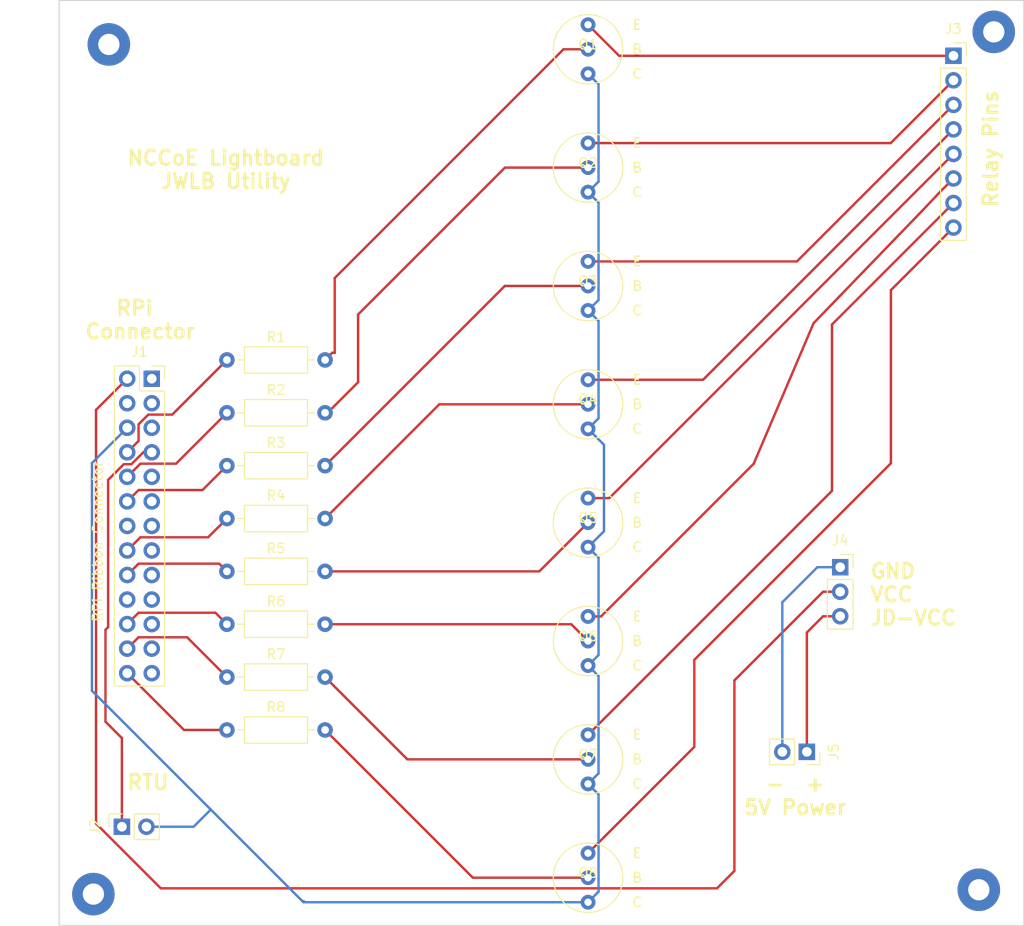
<source format=kicad_pcb>
(kicad_pcb (version 20211014) (generator pcbnew)
  (layers (0 "F.Cu" signal) (31 "B.Cu" signal) (34 "B.Paste" user) (35 "F.Paste" user) (36 "B.SilkS" user "B.Silkscreen") (37 "F.SilkS" user "F.Silkscreen") (38 "B.Mask" user) (39 "F.Mask" user) (44 "Edge.Cuts" user))
  (net 0 "")
  (net 2 "Net-(J1-Pad2)")
  (net 6 "Net-(J1-Pad6)")
  (net 7 "Net-(J1-Pad7)")
  (net 8 "Net-(J1-Pad8)")
  (net 10 "Net-(J1-Pad10)")
  (net 12 "Net-(J1-Pad12)")
  (net 16 "Net-(J1-Pad16)")
  (net 18 "Net-(J1-Pad18)")
  (net 22 "Net-(J1-Pad22)")
  (net 24 "Net-(J1-Pad24)")
  (net 26 "Net-(J1-Pad26)")
  (net 27 "Net-(J3-Pad1)")
  (net 28 "Net-(J3-Pad2)")
  (net 29 "Net-(J3-Pad3)")
  (net 30 "Net-(J3-Pad4)")
  (net 31 "Net-(J3-Pad5)")
  (net 32 "Net-(J3-Pad6)")
  (net 33 "Net-(J3-Pad7)")
  (net 34 "Net-(J3-Pad8)")
  (net 35 "Net-(J4-Pad1)")
  (net 36 "Net-(J4-Pad3)")
  (net 37 "Net-(Q1-Pad2)")
  (net 38 "Net-(Q2-Pad2)")
  (net 39 "Net-(Q3-Pad2)")
  (net 40 "Net-(Q4-Pad2)")
  (net 41 "Net-(Q5-Pad2)")
  (net 42 "Net-(Q6-Pad2)")
  (net 43 "Net-(Q7-Pad2)")
  (net 44 "Net-(Q8-Pad2)")
  (footprint "" (layer "F.Cu") (at 55 138.75)
    (fp_text reference "" (at 0 0) (layer "F.SilkS") (effects (font (size 1.27 1.27))))
    (fp_text value "" (at 0 0) (layer "F.SilkS") (effects (font (size 1.27 1.27))))
    (pad "1" thru_hole circle (at 0 0) (size 4.4 4.4) (drill 2.2) (layers F&B.Cu *.Mask))
  )
  (footprint "Connector_PinSocket_2.54mm:PinSocket_1x02_P2.54mm_Vertical" (layer "F.Cu") (at 57.95 131.775 90)
    (fp_text reference "J2" (at 0 -2.77 90) (layer "F.SilkS"))
    (fp_text value "SEL RTU")
    (fp_line (start 0 -1.33) (end 1.33 -1.33) (layer "F.SilkS") (width 0.12))
    (fp_line (start -1.33 1.27) (end 1.33 1.27) (layer "F.SilkS") (width 0.12))
    (fp_line (start 1.33 -1.33) (end 1.33 0) (layer "F.SilkS") (width 0.12))
    (fp_line (start 1.33 1.27) (end 1.33 3.87) (layer "F.SilkS") (width 0.12))
    (fp_line (start -1.33 3.87) (end 1.33 3.87) (layer "F.SilkS") (width 0.12))
    (fp_line (start -1.33 1.27) (end -1.33 3.87) (layer "F.SilkS") (width 0.12))
    (pad "1" thru_hole rect (at 0 0 90) (size 1.7 1.7) (drill 1) (layers *.Cu *.Mask) (net 7 "Net-(J1-Pad7)"))
    (pad "2" thru_hole oval (at 0 2.54 90) (size 1.7 1.7) (drill 1) (layers *.Cu *.Mask) (net 6 "Net-(J1-Pad6)"))
  )
  (footprint "" (layer "F.Cu") (at 148.2 49.5)
    (fp_text reference "" (at 0 0) (layer "F.SilkS") (effects (font (size 1.27 1.27))))
    (fp_text value "" (at 0 0) (layer "F.SilkS") (effects (font (size 1.27 1.27))))
    (pad "1" thru_hole circle (at 0 0) (size 4.4 4.4) (drill 2.2) (layers F&B.Cu *.Mask))
  )
  (footprint "Resistor_THT:R_Axial_DIN0207_L6.3mm_D2.5mm_P10.16mm_Horizontal" (layer "F.Cu") (at 68.82 110.814284)
    (fp_text reference "R6" (at 5.08 -2.37) (layer "F.SilkS"))
    (fp_text value "1000")
    (fp_line (start 1.81 -1.37) (end 1.81 1.37) (layer "F.SilkS") (width 0.12))
    (fp_line (start 1.81 1.37) (end 8.35 1.37) (layer "F.SilkS") (width 0.12))
    (fp_line (start 1.04 0) (end 1.81 0) (layer "F.SilkS") (width 0.12))
    (fp_line (start 8.35 -1.37) (end 1.81 -1.37) (layer "F.SilkS") (width 0.12))
    (fp_line (start 9.12 0) (end 8.35 0) (layer "F.SilkS") (width 0.12))
    (fp_line (start 8.35 1.37) (end 8.35 -1.37) (layer "F.SilkS") (width 0.12))
    (pad "1" thru_hole circle (at 0 0) (size 1.6 1.6) (drill 0.8) (layers *.Cu *.Mask) (net 22 "Net-(J1-Pad22)"))
    (pad "2" thru_hole oval (at 10.16 0) (size 1.6 1.6) (drill 0.8) (layers *.Cu *.Mask) (net 42 "Net-(Q6-Pad2)"))
  )
  (footprint "Resistor_THT:R_Axial_DIN0207_L6.3mm_D2.5mm_P10.16mm_Horizontal" (layer "F.Cu") (at 68.82 105.342856)
    (fp_text reference "R5" (at 5.08 -2.37) (layer "F.SilkS"))
    (fp_text value "1000")
    (fp_line (start 1.81 -1.37) (end 1.81 1.37) (layer "F.SilkS") (width 0.12))
    (fp_line (start 1.81 1.37) (end 8.35 1.37) (layer "F.SilkS") (width 0.12))
    (fp_line (start 8.35 -1.37) (end 1.81 -1.37) (layer "F.SilkS") (width 0.12))
    (fp_line (start 1.04 0) (end 1.81 0) (layer "F.SilkS") (width 0.12))
    (fp_line (start 9.12 0) (end 8.35 0) (layer "F.SilkS") (width 0.12))
    (fp_line (start 8.35 1.37) (end 8.35 -1.37) (layer "F.SilkS") (width 0.12))
    (pad "1" thru_hole circle (at 0 0) (size 1.6 1.6) (drill 0.8) (layers *.Cu *.Mask) (net 18 "Net-(J1-Pad18)"))
    (pad "2" thru_hole oval (at 10.16 0) (size 1.6 1.6) (drill 0.8) (layers *.Cu *.Mask) (net 41 "Net-(Q5-Pad2)"))
  )
  (footprint "Resistor_THT:R_Axial_DIN0207_L6.3mm_D2.5mm_P10.16mm_Horizontal" (layer "F.Cu") (at 68.82 116.285712)
    (fp_text reference "R7" (at 5.08 -2.37) (layer "F.SilkS"))
    (fp_text value "1000")
    (fp_line (start 1.81 -1.37) (end 1.81 1.37) (layer "F.SilkS") (width 0.12))
    (fp_line (start 8.35 -1.37) (end 1.81 -1.37) (layer "F.SilkS") (width 0.12))
    (fp_line (start 9.12 0) (end 8.35 0) (layer "F.SilkS") (width 0.12))
    (fp_line (start 1.81 1.37) (end 8.35 1.37) (layer "F.SilkS") (width 0.12))
    (fp_line (start 8.35 1.37) (end 8.35 -1.37) (layer "F.SilkS") (width 0.12))
    (fp_line (start 1.04 0) (end 1.81 0) (layer "F.SilkS") (width 0.12))
    (pad "1" thru_hole circle (at 0 0) (size 1.6 1.6) (drill 0.8) (layers *.Cu *.Mask) (net 24 "Net-(J1-Pad24)"))
    (pad "2" thru_hole oval (at 10.16 0) (size 1.6 1.6) (drill 0.8) (layers *.Cu *.Mask) (net 43 "Net-(Q7-Pad2)"))
  )
  (footprint "Resistor_THT:R_Axial_DIN0207_L6.3mm_D2.5mm_P10.16mm_Horizontal" (layer "F.Cu") (at 68.82 94.4)
    (fp_text reference "R3" (at 5.08 -2.37) (layer "F.SilkS"))
    (fp_text value "1000")
    (fp_line (start 8.35 -1.37) (end 1.81 -1.37) (layer "F.SilkS") (width 0.12))
    (fp_line (start 1.81 -1.37) (end 1.81 1.37) (layer "F.SilkS") (width 0.12))
    (fp_line (start 9.12 0) (end 8.35 0) (layer "F.SilkS") (width 0.12))
    (fp_line (start 8.35 1.37) (end 8.35 -1.37) (layer "F.SilkS") (width 0.12))
    (fp_line (start 1.04 0) (end 1.81 0) (layer "F.SilkS") (width 0.12))
    (fp_line (start 1.81 1.37) (end 8.35 1.37) (layer "F.SilkS") (width 0.12))
    (pad "1" thru_hole circle (at 0 0) (size 1.6 1.6) (drill 0.8) (layers *.Cu *.Mask) (net 12 "Net-(J1-Pad12)"))
    (pad "2" thru_hole oval (at 10.16 0) (size 1.6 1.6) (drill 0.8) (layers *.Cu *.Mask) (net 39 "Net-(Q3-Pad2)"))
  )
  (footprint "Connector_PinSocket_2.54mm:PinSocket_1x08_P2.54mm_Vertical" (layer "F.Cu") (at 144.025 51.975)
    (fp_text reference "J3" (at 0 -2.77) (layer "F.SilkS"))
    (fp_text value "Relay Pins")
    (fp_line (start 1.33 -1.33) (end 1.33 0) (layer "F.SilkS") (width 0.12))
    (fp_line (start -1.33 1.27) (end 1.33 1.27) (layer "F.SilkS") (width 0.12))
    (fp_line (start 1.33 1.27) (end 1.33 19.11) (layer "F.SilkS") (width 0.12))
    (fp_line (start -1.33 19.11) (end 1.33 19.11) (layer "F.SilkS") (width 0.12))
    (fp_line (start -1.33 1.27) (end -1.33 19.11) (layer "F.SilkS") (width 0.12))
    (fp_line (start 0 -1.33) (end 1.33 -1.33) (layer "F.SilkS") (width 0.12))
    (pad "1" thru_hole rect (at 0 0) (size 1.7 1.7) (drill 1) (layers *.Cu *.Mask) (net 27 "Net-(J3-Pad1)"))
    (pad "2" thru_hole oval (at 0 2.54) (size 1.7 1.7) (drill 1) (layers *.Cu *.Mask) (net 28 "Net-(J3-Pad2)"))
    (pad "3" thru_hole oval (at 0 5.08) (size 1.7 1.7) (drill 1) (layers *.Cu *.Mask) (net 29 "Net-(J3-Pad3)"))
    (pad "4" thru_hole oval (at 0 7.62) (size 1.7 1.7) (drill 1) (layers *.Cu *.Mask) (net 30 "Net-(J3-Pad4)"))
    (pad "5" thru_hole oval (at 0 10.16) (size 1.7 1.7) (drill 1) (layers *.Cu *.Mask) (net 31 "Net-(J3-Pad5)"))
    (pad "6" thru_hole oval (at 0 12.7) (size 1.7 1.7) (drill 1) (layers *.Cu *.Mask) (net 32 "Net-(J3-Pad6)"))
    (pad "7" thru_hole oval (at 0 15.24) (size 1.7 1.7) (drill 1) (layers *.Cu *.Mask) (net 33 "Net-(J3-Pad7)"))
    (pad "8" thru_hole oval (at 0 17.78) (size 1.7 1.7) (drill 1) (layers *.Cu *.Mask) (net 34 "Net-(J3-Pad8)"))
  )
  (footprint "ThroughHoleProjects:NPN_Transistor" (layer "F.Cu") (at 106.2 63.55)
    (fp_text reference "Q2" (at 0 -0.5 unlocked) (layer "F.SilkS"))
    (fp_text value "2N3904")
    (fp_text user "E" (at 5.08 -2.54 unlocked) (layer "F.SilkS"))
    (fp_text user "C" (at 5.08 2.54 unlocked) (layer "F.SilkS"))
    (fp_text user "B" (at 5.08 0 unlocked) (layer "F.SilkS"))
    (fp_circle (center 0 0) (end -2.54 -2.54) (layer "F.SilkS") (width 0.12) (fill none))
    (pad "1" thru_hole circle (at 0 -2.54) (size 1.524 1.524) (drill 0.762) (layers *.Cu *.Mask) (net 28 "Net-(J3-Pad2)"))
    (pad "2" thru_hole circle (at 0 0) (size 1.524 1.524) (drill 0.762) (layers *.Cu *.Mask) (net 38 "Net-(Q2-Pad2)"))
    (pad "3" thru_hole circle (at 0 2.54) (size 1.524 1.524) (drill 0.762) (layers *.Cu *.Mask) (net 6 "Net-(J1-Pad6)"))
  )
  (footprint "Connector_PinSocket_2.54mm:PinSocket_1x02_P2.54mm_Vertical" (layer "F.Cu") (at 128.85 124.025 -90)
    (fp_text reference "J5" (at 0 -2.77 90) (layer "F.SilkS"))
    (fp_text value "5V Power")
    (fp_line (start 1.33 1.27) (end 1.33 3.87) (layer "F.SilkS") (width 0.12))
    (fp_line (start 0 -1.33) (end 1.33 -1.33) (layer "F.SilkS") (width 0.12))
    (fp_line (start -1.33 3.87) (end 1.33 3.87) (layer "F.SilkS") (width 0.12))
    (fp_line (start -1.33 1.27) (end 1.33 1.27) (layer "F.SilkS") (width 0.12))
    (fp_line (start -1.33 1.27) (end -1.33 3.87) (layer "F.SilkS") (width 0.12))
    (fp_line (start 1.33 -1.33) (end 1.33 0) (layer "F.SilkS") (width 0.12))
    (pad "1" thru_hole rect (at 0 0 270) (size 1.7 1.7) (drill 1) (layers *.Cu *.Mask) (net 36 "Net-(J4-Pad3)"))
    (pad "2" thru_hole oval (at 0 2.54 270) (size 1.7 1.7) (drill 1) (layers *.Cu *.Mask) (net 35 "Net-(J4-Pad1)"))
  )
  (footprint "MountingHole:MountingHole_2.2mm_M2_Pad" (layer "F.Cu") (at 56.6 50.8)
    (fp_text reference "REF**" hide)
    (fp_text value "MountingHole_2.2mm_M2_Pad")
    (pad "1" thru_hole circle (at 0 0) (size 4.4 4.4) (drill 2.2) (layers *.Cu *.Mask))
  )
  (footprint "Connector_PinSocket_2.54mm:PinSocket_1x03_P2.54mm_Vertical" (layer "F.Cu") (at 132.3 104.91)
    (fp_text reference "J4" (at 0 -2.77) (layer "F.SilkS"))
    (fp_text value "GND_VCC_JD-VCC")
    (fp_line (start 1.33 1.27) (end 1.33 6.41) (layer "F.SilkS") (width 0.12))
    (fp_line (start 1.33 -1.33) (end 1.33 0) (layer "F.SilkS") (width 0.12))
    (fp_line (start -1.33 1.27) (end 1.33 1.27) (layer "F.SilkS") (width 0.12))
    (fp_line (start -1.33 1.27) (end -1.33 6.41) (layer "F.SilkS") (width 0.12))
    (fp_line (start 0 -1.33) (end 1.33 -1.33) (layer "F.SilkS") (width 0.12))
    (fp_line (start -1.33 6.41) (end 1.33 6.41) (layer "F.SilkS") (width 0.12))
    (pad "1" thru_hole rect (at 0 0) (size 1.7 1.7) (drill 1) (layers *.Cu *.Mask) (net 35 "Net-(J4-Pad1)"))
    (pad "2" thru_hole oval (at 0 2.54) (size 1.7 1.7) (drill 1) (layers *.Cu *.Mask) (net 2 "Net-(J1-Pad2)"))
    (pad "3" thru_hole oval (at 0 5.08) (size 1.7 1.7) (drill 1) (layers *.Cu *.Mask) (net 36 "Net-(J4-Pad3)"))
  )
  (footprint "ThroughHoleProjects:NPN_Transistor" (layer "F.Cu") (at 106.2 51.3)
    (fp_text reference "Q1" (at 0 -0.5 unlocked) (layer "F.SilkS"))
    (fp_text value "2N3904")
    (fp_text user "E" (at 5.08 -2.54 unlocked) (layer "F.SilkS"))
    (fp_text user "B" (at 5.08 0 unlocked) (layer "F.SilkS"))
    (fp_text user "C" (at 5.08 2.54 unlocked) (layer "F.SilkS"))
    (fp_circle (center 0 0) (end -2.54 -2.54) (layer "F.SilkS") (width 0.12) (fill none))
    (pad "1" thru_hole circle (at 0 -2.54) (size 1.524 1.524) (drill 0.762) (layers *.Cu *.Mask) (net 27 "Net-(J3-Pad1)"))
    (pad "2" thru_hole circle (at 0 0) (size 1.524 1.524) (drill 0.762) (layers *.Cu *.Mask) (net 37 "Net-(Q1-Pad2)"))
    (pad "3" thru_hole circle (at 0 2.54) (size 1.524 1.524) (drill 0.762) (layers *.Cu *.Mask) (net 6 "Net-(J1-Pad6)"))
  )
  (footprint "" (layer "F.Cu") (at 146.65 138.3)
    (fp_text reference "" (at 0 0) (layer "F.SilkS") (effects (font (size 1.27 1.27))))
    (fp_text value "" (at 0 0) (layer "F.SilkS") (effects (font (size 1.27 1.27))))
    (pad "1" thru_hole circle (at 0 0) (size 4.4 4.4) (drill 2.2) (layers F&B.Cu *.Mask))
  )
  (footprint "Resistor_THT:R_Axial_DIN0207_L6.3mm_D2.5mm_P10.16mm_Horizontal" (layer "F.Cu") (at 68.82 88.928572)
    (fp_text reference "R2" (at 5.08 -2.37) (layer "F.SilkS"))
    (fp_text value "1000")
    (fp_line (start 1.04 0) (end 1.81 0) (layer "F.SilkS") (width 0.12))
    (fp_line (start 8.35 -1.37) (end 1.81 -1.37) (layer "F.SilkS") (width 0.12))
    (fp_line (start 9.12 0) (end 8.35 0) (layer "F.SilkS") (width 0.12))
    (fp_line (start 1.81 1.37) (end 8.35 1.37) (layer "F.SilkS") (width 0.12))
    (fp_line (start 8.35 1.37) (end 8.35 -1.37) (layer "F.SilkS") (width 0.12))
    (fp_line (start 1.81 -1.37) (end 1.81 1.37) (layer "F.SilkS") (width 0.12))
    (pad "1" thru_hole circle (at 0 0) (size 1.6 1.6) (drill 0.8) (layers *.Cu *.Mask) (net 10 "Net-(J1-Pad10)"))
    (pad "2" thru_hole oval (at 10.16 0) (size 1.6 1.6) (drill 0.8) (layers *.Cu *.Mask) (net 38 "Net-(Q2-Pad2)"))
  )
  (footprint "Resistor_THT:R_Axial_DIN0207_L6.3mm_D2.5mm_P10.16mm_Horizontal" (layer "F.Cu") (at 68.82 121.757144)
    (fp_text reference "R8" (at 5.08 -2.37) (layer "F.SilkS"))
    (fp_text value "1000")
    (fp_line (start 1.81 -1.37) (end 1.81 1.37) (layer "F.SilkS") (width 0.12))
    (fp_line (start 1.04 0) (end 1.81 0) (layer "F.SilkS") (width 0.12))
    (fp_line (start 8.35 -1.37) (end 1.81 -1.37) (layer "F.SilkS") (width 0.12))
    (fp_line (start 8.35 1.37) (end 8.35 -1.37) (layer "F.SilkS") (width 0.12))
    (fp_line (start 9.12 0) (end 8.35 0) (layer "F.SilkS") (width 0.12))
    (fp_line (start 1.81 1.37) (end 8.35 1.37) (layer "F.SilkS") (width 0.12))
    (pad "1" thru_hole circle (at 0 0) (size 1.6 1.6) (drill 0.8) (layers *.Cu *.Mask) (net 26 "Net-(J1-Pad26)"))
    (pad "2" thru_hole oval (at 10.16 0) (size 1.6 1.6) (drill 0.8) (layers *.Cu *.Mask) (net 44 "Net-(Q8-Pad2)"))
  )
  (footprint "ThroughHoleProjects:NPN_Transistor" (layer "F.Cu") (at 106.2 100.3)
    (fp_text reference "Q5" (at 0 -0.5 unlocked) (layer "F.SilkS"))
    (fp_text value "2N3904")
    (fp_text user "B" (at 5.08 0 unlocked) (layer "F.SilkS"))
    (fp_text user "E" (at 5.08 -2.54 unlocked) (layer "F.SilkS"))
    (fp_text user "C" (at 5.08 2.54 unlocked) (layer "F.SilkS"))
    (fp_circle (center 0 0) (end -2.54 -2.54) (layer "F.SilkS") (width 0.12) (fill none))
    (pad "1" thru_hole circle (at 0 -2.54) (size 1.524 1.524) (drill 0.762) (layers *.Cu *.Mask) (net 31 "Net-(J3-Pad5)"))
    (pad "2" thru_hole circle (at 0 0) (size 1.524 1.524) (drill 0.762) (layers *.Cu *.Mask) (net 41 "Net-(Q5-Pad2)"))
    (pad "3" thru_hole circle (at 0 2.54) (size 1.524 1.524) (drill 0.762) (layers *.Cu *.Mask) (net 6 "Net-(J1-Pad6)"))
  )
  (footprint "Resistor_THT:R_Axial_DIN0207_L6.3mm_D2.5mm_P10.16mm_Horizontal" (layer "F.Cu") (at 68.82 99.871428)
    (fp_text reference "R4" (at 5.08 -2.37) (layer "F.SilkS"))
    (fp_text value "1000")
    (fp_line (start 1.81 1.37) (end 8.35 1.37) (layer "F.SilkS") (width 0.12))
    (fp_line (start 9.12 0) (end 8.35 0) (layer "F.SilkS") (width 0.12))
    (fp_line (start 8.35 -1.37) (end 1.81 -1.37) (layer "F.SilkS") (width 0.12))
    (fp_line (start 1.04 0) (end 1.81 0) (layer "F.SilkS") (width 0.12))
    (fp_line (start 8.35 1.37) (end 8.35 -1.37) (layer "F.SilkS") (width 0.12))
    (fp_line (start 1.81 -1.37) (end 1.81 1.37) (layer "F.SilkS") (width 0.12))
    (pad "1" thru_hole circle (at 0 0) (size 1.6 1.6) (drill 0.8) (layers *.Cu *.Mask) (net 16 "Net-(J1-Pad16)"))
    (pad "2" thru_hole oval (at 10.16 0) (size 1.6 1.6) (drill 0.8) (layers *.Cu *.Mask) (net 40 "Net-(Q4-Pad2)"))
  )
  (footprint "Connector_PinSocket_2.54mm:PinSocket_2x13_P2.54mm_Vertical" (layer "F.Cu") (at 61.04 85.4)
    (fp_text reference "J1" (at -1.27 -2.77) (layer "F.SilkS"))
    (fp_text value "RPi Ribbon Connector" (at -5.59 16.85 90) (layer "F.SilkS"))
    (fp_line (start -3.87 -1.33) (end -1.27 -1.33) (layer "F.SilkS") (width 0.12))
    (fp_line (start -1.27 -1.33) (end -1.27 1.27) (layer "F.SilkS") (width 0.12))
    (fp_line (start -1.27 1.27) (end 1.33 1.27) (layer "F.SilkS") (width 0.12))
    (fp_line (start 1.33 1.27) (end 1.33 31.81) (layer "F.SilkS") (width 0.12))
    (fp_line (start 1.33 -1.33) (end 1.33 0) (layer "F.SilkS") (width 0.12))
    (fp_line (start 0 -1.33) (end 1.33 -1.33) (layer "F.SilkS") (width 0.12))
    (fp_line (start -3.87 -1.33) (end -3.87 31.81) (layer "F.SilkS") (width 0.12))
    (fp_line (start -3.87 31.81) (end 1.33 31.81) (layer "F.SilkS") (width 0.12))
    (pad "1" thru_hole rect (at 0 0) (size 1.7 1.7) (drill 1) (layers *.Cu *.Mask))
    (pad "2" thru_hole oval (at -2.54 0) (size 1.7 1.7) (drill 1) (layers *.Cu *.Mask) (net 2 "Net-(J1-Pad2)"))
    (pad "3" thru_hole oval (at 0 2.54) (size 1.7 1.7) (drill 1) (layers *.Cu *.Mask))
    (pad "4" thru_hole oval (at -2.54 2.54) (size 1.7 1.7) (drill 1) (layers *.Cu *.Mask))
    (pad "5" thru_hole oval (at 0 5.08) (size 1.7 1.7) (drill 1) (layers *.Cu *.Mask))
    (pad "6" thru_hole oval (at -2.54 5.08) (size 1.7 1.7) (drill 1) (layers *.Cu *.Mask) (net 6 "Net-(J1-Pad6)"))
    (pad "7" thru_hole oval (at 0 7.62) (size 1.7 1.7) (drill 1) (layers *.Cu *.Mask) (net 7 "Net-(J1-Pad7)"))
    (pad "8" thru_hole oval (at -2.54 7.62) (size 1.7 1.7) (drill 1) (layers *.Cu *.Mask) (net 8 "Net-(J1-Pad8)"))
    (pad "9" thru_hole oval (at 0 10.16) (size 1.7 1.7) (drill 1) (layers *.Cu *.Mask))
    (pad "10" thru_hole oval (at -2.54 10.16) (size 1.7 1.7) (drill 1) (layers *.Cu *.Mask) (net 10 "Net-(J1-Pad10)"))
    (pad "11" thru_hole oval (at 0 12.7) (size 1.7 1.7) (drill 1) (layers *.Cu *.Mask))
    (pad "12" thru_hole oval (at -2.54 12.7) (size 1.7 1.7) (drill 1) (layers *.Cu *.Mask) (net 12 "Net-(J1-Pad12)"))
    (pad "13" thru_hole oval (at 0 15.24) (size 1.7 1.7) (drill 1) (layers *.Cu *.Mask))
    (pad "14" thru_hole oval (at -2.54 15.24) (size 1.7 1.7) (drill 1) (layers *.Cu *.Mask))
    (pad "15" thru_hole oval (at 0 17.78) (size 1.7 1.7) (drill 1) (layers *.Cu *.Mask))
    (pad "16" thru_hole oval (at -2.54 17.78) (size 1.7 1.7) (drill 1) (layers *.Cu *.Mask) (net 16 "Net-(J1-Pad16)"))
    (pad "17" thru_hole oval (at 0 20.32) (size 1.7 1.7) (drill 1) (layers *.Cu *.Mask))
    (pad "18" thru_hole oval (at -2.54 20.32) (size 1.7 1.7) (drill 1) (layers *.Cu *.Mask) (net 18 "Net-(J1-Pad18)"))
    (pad "19" thru_hole oval (at 0 22.86) (size 1.7 1.7) (drill 1) (layers *.Cu *.Mask))
    (pad "20" thru_hole oval (at -2.54 22.86) (size 1.7 1.7) (drill 1) (layers *.Cu *.Mask))
    (pad "21" thru_hole oval (at 0 25.4) (size 1.7 1.7) (drill 1) (layers *.Cu *.Mask))
    (pad "22" thru_hole oval (at -2.54 25.4) (size 1.7 1.7) (drill 1) (layers *.Cu *.Mask) (net 22 "Net-(J1-Pad22)"))
    (pad "23" thru_hole oval (at 0 27.94) (size 1.7 1.7) (drill 1) (layers *.Cu *.Mask))
    (pad "24" thru_hole oval (at -2.54 27.94) (size 1.7 1.7) (drill 1) (layers *.Cu *.Mask) (net 24 "Net-(J1-Pad24)"))
    (pad "25" thru_hole oval (at 0 30.48) (size 1.7 1.7) (drill 1) (layers *.Cu *.Mask))
    (pad "26" thru_hole oval (at -2.54 30.48) (size 1.7 1.7) (drill 1) (layers *.Cu *.Mask) (net 26 "Net-(J1-Pad26)"))
  )
  (footprint "ThroughHoleProjects:NPN_Transistor" (layer "F.Cu") (at 106.2 75.8)
    (fp_text reference "Q3" (at 0 -0.5 unlocked) (layer "F.SilkS"))
    (fp_text value "2N3904")
    (fp_text user "B" (at 5.08 0 unlocked) (layer "F.SilkS"))
    (fp_text user "E" (at 5.08 -2.54 unlocked) (layer "F.SilkS"))
    (fp_text user "C" (at 5.08 2.54 unlocked) (layer "F.SilkS"))
    (fp_circle (center 0 0) (end -2.54 -2.54) (layer "F.SilkS") (width 0.12) (fill none))
    (pad "1" thru_hole circle (at 0 -2.54) (size 1.524 1.524) (drill 0.762) (layers *.Cu *.Mask) (net 29 "Net-(J3-Pad3)"))
    (pad "2" thru_hole circle (at 0 0) (size 1.524 1.524) (drill 0.762) (layers *.Cu *.Mask) (net 39 "Net-(Q3-Pad2)"))
    (pad "3" thru_hole circle (at 0 2.54) (size 1.524 1.524) (drill 0.762) (layers *.Cu *.Mask) (net 6 "Net-(J1-Pad6)"))
  )
  (footprint "ThroughHoleProjects:NPN_Transistor" (layer "F.Cu") (at 106.2 137.05)
    (fp_text reference "Q8" (at 0 -0.5 unlocked) (layer "F.SilkS"))
    (fp_text value "2N3904")
    (fp_text user "B" (at 5.08 0 unlocked) (layer "F.SilkS"))
    (fp_text user "C" (at 5.08 2.54 unlocked) (layer "F.SilkS"))
    (fp_text user "E" (at 5.08 -2.54 unlocked) (layer "F.SilkS"))
    (fp_circle (center 0 0) (end -2.54 -2.54) (layer "F.SilkS") (width 0.12) (fill none))
    (pad "1" thru_hole circle (at 0 -2.54) (size 1.524 1.524) (drill 0.762) (layers *.Cu *.Mask) (net 34 "Net-(J3-Pad8)"))
    (pad "2" thru_hole circle (at 0 0) (size 1.524 1.524) (drill 0.762) (layers *.Cu *.Mask) (net 44 "Net-(Q8-Pad2)"))
    (pad "3" thru_hole circle (at 0 2.54) (size 1.524 1.524) (drill 0.762) (layers *.Cu *.Mask) (net 6 "Net-(J1-Pad6)"))
  )
  (footprint "ThroughHoleProjects:NPN_Transistor" (layer "F.Cu") (at 106.2 88.05)
    (fp_text reference "Q4" (at 0 -0.5 unlocked) (layer "F.SilkS"))
    (fp_text value "2N3904")
    (fp_text user "E" (at 5.08 -2.54 unlocked) (layer "F.SilkS"))
    (fp_text user "B" (at 5.08 0 unlocked) (layer "F.SilkS"))
    (fp_text user "C" (at 5.08 2.54 unlocked) (layer "F.SilkS"))
    (fp_circle (center 0 0) (end -2.54 -2.54) (layer "F.SilkS") (width 0.12) (fill none))
    (pad "1" thru_hole circle (at 0 -2.54) (size 1.524 1.524) (drill 0.762) (layers *.Cu *.Mask) (net 30 "Net-(J3-Pad4)"))
    (pad "2" thru_hole circle (at 0 0) (size 1.524 1.524) (drill 0.762) (layers *.Cu *.Mask) (net 40 "Net-(Q4-Pad2)"))
    (pad "3" thru_hole circle (at 0 2.54) (size 1.524 1.524) (drill 0.762) (layers *.Cu *.Mask) (net 6 "Net-(J1-Pad6)"))
  )
  (footprint "ThroughHoleProjects:NPN_Transistor" (layer "F.Cu") (at 106.2 124.8)
    (fp_text reference "Q7" (at 0 -0.5 unlocked) (layer "F.SilkS"))
    (fp_text value "2N3904")
    (fp_text user "B" (at 5.08 0 unlocked) (layer "F.SilkS"))
    (fp_text user "E" (at 5.08 -2.54 unlocked) (layer "F.SilkS"))
    (fp_text user "C" (at 5.08 2.54 unlocked) (layer "F.SilkS"))
    (fp_circle (center 0 0) (end -2.54 -2.54) (layer "F.SilkS") (width 0.12) (fill none))
    (pad "1" thru_hole circle (at 0 -2.54) (size 1.524 1.524) (drill 0.762) (layers *.Cu *.Mask) (net 33 "Net-(J3-Pad7)"))
    (pad "2" thru_hole circle (at 0 0) (size 1.524 1.524) (drill 0.762) (layers *.Cu *.Mask) (net 43 "Net-(Q7-Pad2)"))
    (pad "3" thru_hole circle (at 0 2.54) (size 1.524 1.524) (drill 0.762) (layers *.Cu *.Mask) (net 6 "Net-(J1-Pad6)"))
  )
  (footprint "ThroughHoleProjects:NPN_Transistor" (layer "F.Cu") (at 106.2 112.55)
    (fp_text reference "Q6" (at 0 -0.5 unlocked) (layer "F.SilkS"))
    (fp_text value "2N3904")
    (fp_text user "C" (at 5.08 2.54 unlocked) (layer "F.SilkS"))
    (fp_text user "B" (at 5.08 0 unlocked) (layer "F.SilkS"))
    (fp_text user "E" (at 5.08 -2.54 unlocked) (layer "F.SilkS"))
    (fp_circle (center 0 0) (end -2.54 -2.54) (layer "F.SilkS") (width 0.12) (fill none))
    (pad "1" thru_hole circle (at 0 -2.54) (size 1.524 1.524) (drill 0.762) (layers *.Cu *.Mask) (net 32 "Net-(J3-Pad6)"))
    (pad "2" thru_hole circle (at 0 0) (size 1.524 1.524) (drill 0.762) (layers *.Cu *.Mask) (net 42 "Net-(Q6-Pad2)"))
    (pad "3" thru_hole circle (at 0 2.54) (size 1.524 1.524) (drill 0.762) (layers *.Cu *.Mask) (net 6 "Net-(J1-Pad6)"))
  )
  (footprint "Resistor_THT:R_Axial_DIN0207_L6.3mm_D2.5mm_P10.16mm_Horizontal" (layer "F.Cu") (at 68.82 83.457144)
    (fp_text reference "R1" (at 5.08 -2.37) (layer "F.SilkS"))
    (fp_text value "1000")
    (fp_line (start 1.81 1.37) (end 8.35 1.37) (layer "F.SilkS") (width 0.12))
    (fp_line (start 1.81 -1.37) (end 1.81 1.37) (layer "F.SilkS") (width 0.12))
    (fp_line (start 8.35 -1.37) (end 1.81 -1.37) (layer "F.SilkS") (width 0.12))
    (fp_line (start 9.12 0) (end 8.35 0) (layer "F.SilkS") (width 0.12))
    (fp_line (start 1.04 0) (end 1.81 0) (layer "F.SilkS") (width 0.12))
    (fp_line (start 8.35 1.37) (end 8.35 -1.37) (layer "F.SilkS") (width 0.12))
    (pad "1" thru_hole circle (at 0 0) (size 1.6 1.6) (drill 0.8) (layers *.Cu *.Mask) (net 8 "Net-(J1-Pad8)"))
    (pad "2" thru_hole oval (at 10.16 0) (size 1.6 1.6) (drill 0.8) (layers *.Cu *.Mask) (net 37 "Net-(Q1-Pad2)"))
  )
  (gr_rect (start 151.3 46.25) (end 51.45 142) (layer "Edge.Cuts") (width 0.1) (fill none))
  (gr_text "-  +\n5V Power\n" (at 127.65 128.575) (layer "F.SilkS") (effects (font (size 1.5 1.5) (thickness 0.3))))
  (gr_text "NCCoE Lightboard\nJWLB Utility" (at 68.7 63.75) (layer "F.SilkS") (effects (font (size 1.5 1.5) (thickness 0.3))))
  (gr_text "Relay Pins" (at 147.875 61.605 90) (layer "F.SilkS") (effects (font (size 1.5 1.5) (thickness 0.3))))
  (gr_text "RPi \nConnector" (at 59.85 79.3) (layer "F.SilkS") (effects (font (size 1.5 1.5) (thickness 0.3))))
  (gr_text "RTU\n" (at 60.65 127.175) (layer "F.SilkS") (effects (font (size 1.5 1.5) (thickness 0.3))))
  (gr_text "GND\nVCC\nJD-VCC" (at 135.275 107.735) (layer "F.SilkS") (effects (font (size 1.5 1.5) (thickness 0.3)) (justify left)))
  (segment (start 119.55 138.15) (end 121.35 136.35) (width 0.25) (layer "F.Cu") (net 2))
  (segment (start 121.35 136.35) (end 121.35 116.63) (width 0.25) (layer "F.Cu") (net 2))
  (segment (start 55.275 131.45) (end 61.975 138.15) (width 0.25) (layer "F.Cu") (net 2))
  (segment (start 55.275 88.625) (end 55.275 131.45) (width 0.25) (layer "F.Cu") (net 2))
  (segment (start 61.975 138.15) (end 119.55 138.15) (width 0.25) (layer "F.Cu") (net 2))
  (segment (start 58.5 85.4) (end 55.275 88.625) (width 0.25) (layer "F.Cu") (net 2))
  (segment (start 130.53 107.45) (end 121.35 116.63) (width 0.25) (layer "F.Cu") (net 2))
  (segment (start 132.3 107.45) (end 130.53 107.45) (width 0.25) (layer "F.Cu") (net 2))
  (segment (start 107.287 79.427) (end 107.287 89.503) (width 0.25) (layer "B.Cu") (net 6))
  (segment (start 76.74 139.59) (end 76.64 139.49) (width 0.25) (layer "B.Cu") (net 6))
  (segment (start 107.85 101.19) (end 106.2 102.84) (width 0.25) (layer "B.Cu") (net 6))
  (segment (start 65.375 131.775) (end 67.15 130) (width 0.25) (layer "B.Cu") (net 6))
  (segment (start 67.15 130) (end 54.85 117.7) (width 0.25) (layer "B.Cu") (net 6))
  (segment (start 106.2 115.09) (end 107.287 114.003) (width 0.25) (layer "B.Cu") (net 6))
  (segment (start 107.287 67.177) (end 107.287 77.253) (width 0.25) (layer "B.Cu") (net 6))
  (segment (start 76.64 139.49) (end 67.15 130) (width 0.25) (layer "B.Cu") (net 6))
  (segment (start 107.287 114.003) (end 107.287 103.927) (width 0.25) (layer "B.Cu") (net 6))
  (segment (start 106.2 127.34) (end 107.287 128.427) (width 0.25) (layer "B.Cu") (net 6))
  (segment (start 107.85 92.24) (end 107.85 101.19) (width 0.25) (layer "B.Cu") (net 6))
  (segment (start 107.287 89.503) (end 106.2 90.59) (width 0.25) (layer "B.Cu") (net 6))
  (segment (start 54.85 117.7) (end 54.85 94.13) (width 0.25) (layer "B.Cu") (net 6))
  (segment (start 76.79 139.49) (end 76.64 139.49) (width 0.25) (layer "B.Cu") (net 6))
  (segment (start 60.49 131.775) (end 65.375 131.775) (width 0.25) (layer "B.Cu") (net 6))
  (segment (start 107.287 126.253) (end 106.2 127.34) (width 0.25) (layer "B.Cu") (net 6))
  (segment (start 106.2 53.84) (end 107.287 54.927) (width 0.25) (layer "B.Cu") (net 6))
  (segment (start 106.2 115.09) (end 107.287 116.177) (width 0.25) (layer "B.Cu") (net 6))
  (segment (start 106.2 78.34) (end 107.287 79.427) (width 0.25) (layer "B.Cu") (net 6))
  (segment (start 106.2 66.09) (end 107.287 67.177) (width 0.25) (layer "B.Cu") (net 6))
  (segment (start 107.287 77.253) (end 106.2 78.34) (width 0.25) (layer "B.Cu") (net 6))
  (segment (start 106.2 139.59) (end 76.74 139.59) (width 0.25) (layer "B.Cu") (net 6))
  (segment (start 107.287 116.177) (end 107.287 126.253) (width 0.25) (layer "B.Cu") (net 6))
  (segment (start 107.287 128.427) (end 107.287 138.503) (width 0.25) (layer "B.Cu") (net 6))
  (segment (start 106.2 90.59) (end 107.85 92.24) (width 0.25) (layer "B.Cu") (net 6))
  (segment (start 107.287 54.927) (end 107.287 65.003) (width 0.25) (layer "B.Cu") (net 6))
  (segment (start 54.85 94.13) (end 58.5 90.48) (width 0.25) (layer "B.Cu") (net 6))
  (segment (start 107.287 103.927) (end 106.2 102.84) (width 0.25) (layer "B.Cu") (net 6))
  (segment (start 107.287 65.003) (end 106.2 66.09) (width 0.25) (layer "B.Cu") (net 6))
  (segment (start 107.287 138.503) (end 106.2 139.59) (width 0.25) (layer "B.Cu") (net 6))
  (segment (start 56.52415 111.114149) (end 56.52415 95.87415) (width 0.25) (layer "F.Cu") (net 7))
  (segment (start 60.161701 93.02) (end 58.931701 94.25) (width 0.25) (layer "F.Cu") (net 7))
  (segment (start 57.95 122.6) (end 56.25 120.9) (width 0.25) (layer "F.Cu") (net 7))
  (segment (start 56.52415 95.87415) (end 58.148299 94.25) (width 0.25) (layer "F.Cu") (net 7))
  (segment (start 58.931701 94.25) (end 58.148299 94.25) (width 0.25) (layer "F.Cu") (net 7))
  (segment (start 56.25 111.388299) (end 56.52415 111.114149) (width 0.25) (layer "F.Cu") (net 7))
  (segment (start 56.25 120.9) (end 56.25 111.388299) (width 0.25) (layer "F.Cu") (net 7))
  (segment (start 61.04 93.02) (end 60.161701 93.02) (width 0.25) (layer "F.Cu") (net 7))
  (segment (start 57.95 131.775) (end 57.95 122.6) (width 0.25) (layer "F.Cu") (net 7))
  (segment (start 60.685 89.115) (end 63.162144 89.115) (width 0.25) (layer "F.Cu") (net 8))
  (segment (start 63.162144 89.115) (end 68.82 83.457144) (width 0.25) (layer "F.Cu") (net 8))
  (segment (start 58.5 93.02) (end 59.675 91.845) (width 0.25) (layer "F.Cu") (net 8))
  (segment (start 59.675 90.125) (end 60.685 89.115) (width 0.25) (layer "F.Cu") (net 8))
  (segment (start 59.675 91.845) (end 59.675 90.125) (width 0.25) (layer "F.Cu") (net 8))
  (segment (start 63.553572 94.195) (end 68.82 88.928572) (width 0.25) (layer "F.Cu") (net 10))
  (segment (start 58.5 95.56) (end 59.865 94.195) (width 0.25) (layer "F.Cu") (net 10))
  (segment (start 59.865 94.195) (end 63.553572 94.195) (width 0.25) (layer "F.Cu") (net 10))
  (segment (start 59.675 96.925) (end 66.295 96.925) (width 0.25) (layer "F.Cu") (net 12))
  (segment (start 58.5 98.1) (end 59.675 96.925) (width 0.25) (layer "F.Cu") (net 12))
  (segment (start 66.295 96.925) (end 68.82 94.4) (width 0.25) (layer "F.Cu") (net 12))
  (segment (start 66.876428 101.815) (end 68.82 99.871428) (width 0.25) (layer "F.Cu") (net 16))
  (segment (start 59.865 101.815) (end 66.876428 101.815) (width 0.25) (layer "F.Cu") (net 16))
  (segment (start 58.5 103.18) (end 59.865 101.815) (width 0.25) (layer "F.Cu") (net 16))
  (segment (start 59.675 104.545) (end 68.022144 104.545) (width 0.25) (layer "F.Cu") (net 18))
  (segment (start 68.022144 104.545) (end 68.82 105.342856) (width 0.25) (layer "F.Cu") (net 18))
  (segment (start 58.5 105.72) (end 59.675 104.545) (width 0.25) (layer "F.Cu") (net 18))
  (segment (start 67.630716 109.625) (end 68.82 110.814284) (width 0.25) (layer "F.Cu") (net 22))
  (segment (start 58.5 110.8) (end 59.675 109.625) (width 0.25) (layer "F.Cu") (net 22))
  (segment (start 59.675 109.625) (end 67.630716 109.625) (width 0.25) (layer "F.Cu") (net 22))
  (segment (start 59.675 112.165) (end 64.699288 112.165) (width 0.25) (layer "F.Cu") (net 24))
  (segment (start 58.5 113.34) (end 59.675 112.165) (width 0.25) (layer "F.Cu") (net 24))
  (segment (start 64.699288 112.165) (end 68.82 116.285712) (width 0.25) (layer "F.Cu") (net 24))
  (segment (start 64.377144 121.757144) (end 68.82 121.757144) (width 0.25) (layer "F.Cu") (net 26))
  (segment (start 58.5 115.88) (end 64.377144 121.757144) (width 0.25) (layer "F.Cu") (net 26))
  (segment (start 144.025 51.975) (end 109.415 51.975) (width 0.25) (layer "F.Cu") (net 27))
  (segment (start 109.415 51.975) (end 106.2 48.76) (width 0.25) (layer "F.Cu") (net 27))
  (segment (start 144.51 52.46) (end 144.5 52.45) (width 0.25) (layer "F.Cu") (net 27))
  (segment (start 106.2 61.01) (end 137.53 61.01) (width 0.25) (layer "F.Cu") (net 28))
  (segment (start 137.53 61.01) (end 144.025 54.515) (width 0.25) (layer "F.Cu") (net 28))
  (segment (start 144.025 57.055) (end 127.82 73.26) (width 0.25) (layer "F.Cu") (net 29))
  (segment (start 127.82 73.26) (end 106.2 73.26) (width 0.25) (layer "F.Cu") (net 29))
  (segment (start 118.11 85.51) (end 106.2 85.51) (width 0.25) (layer "F.Cu") (net 30))
  (segment (start 144.025 59.595) (end 118.11 85.51) (width 0.25) (layer "F.Cu") (net 30))
  (segment (start 108.4 97.76) (end 144.025 62.135) (width 0.25) (layer "F.Cu") (net 31))
  (segment (start 106.2 97.76) (end 108.4 97.76) (width 0.25) (layer "F.Cu") (net 31))
  (segment (start 106.2 110.01) (end 107.54 110.01) (width 0.25) (layer "F.Cu") (net 32))
  (segment (start 107.54 110.01) (end 123.35 94.2) (width 0.25) (layer "F.Cu") (net 32))
  (segment (start 129.55 79.65) (end 140.9 67.9) (width 0.25) (layer "F.Cu") (net 32))
  (segment (start 140.9 67.9) (end 142.66 66.04) (width 0.25) (layer "F.Cu") (net 32))
  (segment (start 142.66 66.04) (end 144.025 64.675) (width 0.25) (layer "F.Cu") (net 32))
  (segment (start 106.138572 110.071428) (end 106.2 110.01) (width 0.25) (layer "F.Cu") (net 32))
  (segment (start 123.35 94.2) (end 129.55 79.65) (width 0.25) (layer "F.Cu") (net 32))
  (segment (start 131.45 97.01) (end 131.45 79.79) (width 0.25) (layer "F.Cu") (net 33))
  (segment (start 131.45 79.79) (end 144.025 67.215) (width 0.25) (layer "F.Cu") (net 33))
  (segment (start 106.2 122.26) (end 131.45 97.01) (width 0.25) (layer "F.Cu") (net 33))
  (segment (start 117.2 123.51) (end 117.2 114.5) (width 0.25) (layer "F.Cu") (net 34))
  (segment (start 106.2 134.51) (end 117.2 123.51) (width 0.25) (layer "F.Cu") (net 34))
  (segment (start 117.2 114.5) (end 137.55 94.15) (width 0.25) (layer "F.Cu") (net 34))
  (segment (start 137.55 76.23) (end 144.025 69.755) (width 0.25) (layer "F.Cu") (net 34))
  (segment (start 137.55 94.15) (end 137.55 76.23) (width 0.25) (layer "F.Cu") (net 34))
  (segment (start 129.94 104.91) (end 132.3 104.91) (width 0.25) (layer "B.Cu") (net 35))
  (segment (start 126.31 108.54) (end 129.94 104.91) (width 0.25) (layer "B.Cu") (net 35))
  (segment (start 126.31 124.025) (end 126.31 108.54) (width 0.25) (layer "B.Cu") (net 35))
  (segment (start 128.85 111.67) (end 130.53 109.99) (width 0.25) (layer "F.Cu") (net 36))
  (segment (start 130.53 109.99) (end 132.3 109.99) (width 0.25) (layer "F.Cu") (net 36))
  (segment (start 128.85 111.67) (end 128.85 124.025) (width 0.25) (layer "F.Cu") (net 36))
  (segment (start 79.722856 82.714288) (end 78.98 83.457144) (width 0.25) (layer "F.Cu") (net 37))
  (segment (start 79.98 82.714288) (end 79.98 74.98) (width 0.25) (layer "F.Cu") (net 37))
  (segment (start 106.2 51.3) (end 103.66 51.3) (width 0.25) (layer "F.Cu") (net 37))
  (segment (start 79.98 82.714288) (end 79.722856 82.714288) (width 0.25) (layer "F.Cu") (net 37))
  (segment (start 79.98 74.98) (end 103.66 51.3) (width 0.25) (layer "F.Cu") (net 37))
  (segment (start 78.98 88.928572) (end 79.237144 88.928572) (width 0.25) (layer "F.Cu") (net 38))
  (segment (start 82.4 85.765716) (end 82.4 78.75) (width 0.25) (layer "F.Cu") (net 38))
  (segment (start 79.237144 88.928572) (end 82.4 85.765716) (width 0.25) (layer "F.Cu") (net 38))
  (segment (start 97.6 63.55) (end 106.2 63.55) (width 0.25) (layer "F.Cu") (net 38))
  (segment (start 82.4 78.75) (end 97.6 63.55) (width 0.25) (layer "F.Cu") (net 38))
  (segment (start 78.98 94.4) (end 97.58 75.8) (width 0.25) (layer "F.Cu") (net 39))
  (segment (start 97.58 75.8) (end 106.2 75.8) (width 0.25) (layer "F.Cu") (net 39))
  (segment (start 106.2 88.05) (end 90.801428 88.05) (width 0.25) (layer "F.Cu") (net 40))
  (segment (start 78.98 99.871428) (end 90.801428 88.05) (width 0.25) (layer "F.Cu") (net 40))
  (segment (start 78.98 105.342856) (end 79.237144 105.342856) (width 0.25) (layer "F.Cu") (net 41))
  (segment (start 101.157144 105.342856) (end 106.2 100.3) (width 0.25) (layer "F.Cu") (net 41))
  (segment (start 78.98 105.342856) (end 101.157144 105.342856) (width 0.25) (layer "F.Cu") (net 41))
  (segment (start 78.98 110.814284) (end 79.237144 110.814284) (width 0.25) (layer "F.Cu") (net 42))
  (segment (start 78.98 110.814284) (end 104.464284 110.814284) (width 0.25) (layer "F.Cu") (net 42))
  (segment (start 104.464284 110.814284) (end 106.2 112.55) (width 0.25) (layer "F.Cu") (net 42))
  (segment (start 78.98 116.285712) (end 87.494288 124.8) (width 0.25) (layer "F.Cu") (net 43))
  (segment (start 87.494288 124.8) (end 106.2 124.8) (width 0.25) (layer "F.Cu") (net 43))
  (segment (start 78.98 121.757144) (end 94.272856 137.05) (width 0.25) (layer "F.Cu") (net 44))
  (segment (start 94.272856 137.05) (end 106.2 137.05) (width 0.25) (layer "F.Cu") (net 44))
)
</source>
